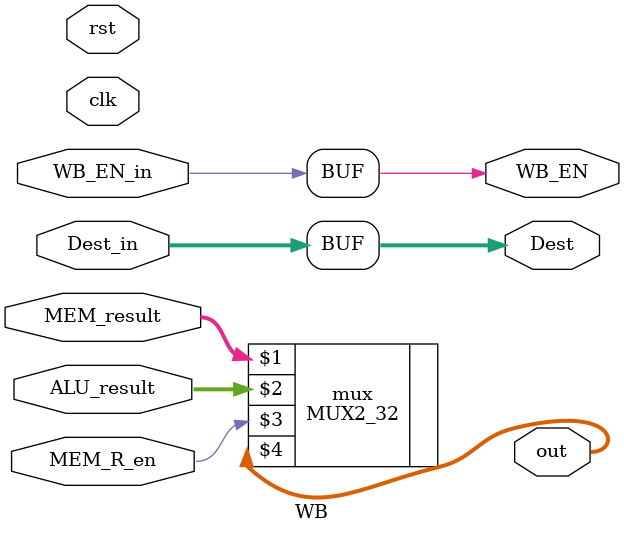
<source format=v>
`timescale 1ns/1ns

module WB(
    input clk, rst,
    input [31:0] ALU_result, MEM_result,
    input [3:0] Dest_in,
    input MEM_R_en, WB_EN_in,
    output [31:0] out,
    output [3:0] Dest,
    output WB_EN
);

    assign WB_EN = WB_EN_in;
    assign Dest = Dest_in;
    MUX2_32 mux(MEM_result, ALU_result, MEM_R_en, out);

endmodule


</source>
